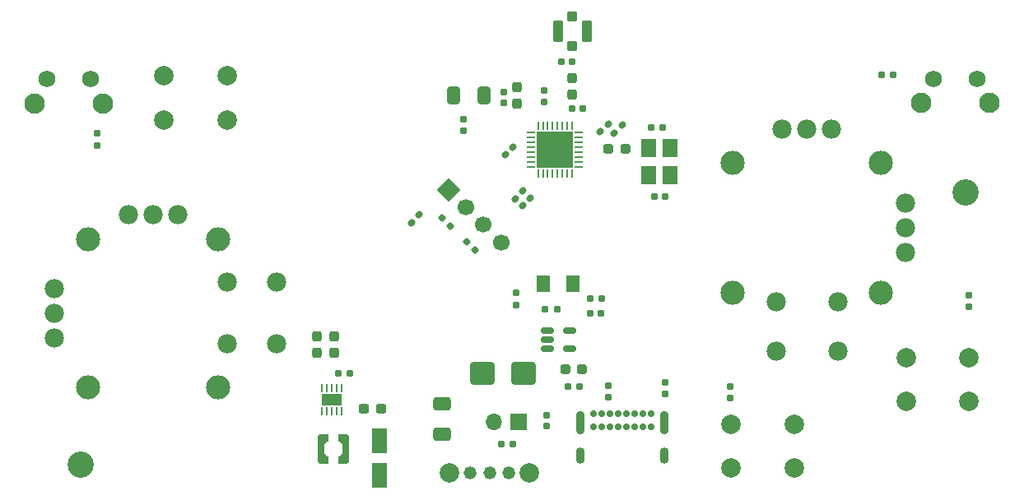
<source format=gbr>
%TF.GenerationSoftware,KiCad,Pcbnew,9.0.0*%
%TF.CreationDate,2025-09-05T21:39:46-05:00*%
%TF.ProjectId,RIOT_Remote_ESP,52494f54-5f52-4656-9d6f-74655f455350,rev?*%
%TF.SameCoordinates,Original*%
%TF.FileFunction,Soldermask,Top*%
%TF.FilePolarity,Negative*%
%FSLAX46Y46*%
G04 Gerber Fmt 4.6, Leading zero omitted, Abs format (unit mm)*
G04 Created by KiCad (PCBNEW 9.0.0) date 2025-09-05 21:39:46*
%MOMM*%
%LPD*%
G01*
G04 APERTURE LIST*
G04 Aperture macros list*
%AMRoundRect*
0 Rectangle with rounded corners*
0 $1 Rounding radius*
0 $2 $3 $4 $5 $6 $7 $8 $9 X,Y pos of 4 corners*
0 Add a 4 corners polygon primitive as box body*
4,1,4,$2,$3,$4,$5,$6,$7,$8,$9,$2,$3,0*
0 Add four circle primitives for the rounded corners*
1,1,$1+$1,$2,$3*
1,1,$1+$1,$4,$5*
1,1,$1+$1,$6,$7*
1,1,$1+$1,$8,$9*
0 Add four rect primitives between the rounded corners*
20,1,$1+$1,$2,$3,$4,$5,0*
20,1,$1+$1,$4,$5,$6,$7,0*
20,1,$1+$1,$6,$7,$8,$9,0*
20,1,$1+$1,$8,$9,$2,$3,0*%
%AMHorizOval*
0 Thick line with rounded ends*
0 $1 width*
0 $2 $3 position (X,Y) of the first rounded end (center of the circle)*
0 $4 $5 position (X,Y) of the second rounded end (center of the circle)*
0 Add line between two ends*
20,1,$1,$2,$3,$4,$5,0*
0 Add two circle primitives to create the rounded ends*
1,1,$1,$2,$3*
1,1,$1,$4,$5*%
%AMRotRect*
0 Rectangle, with rotation*
0 The origin of the aperture is its center*
0 $1 length*
0 $2 width*
0 $3 Rotation angle, in degrees counterclockwise*
0 Add horizontal line*
21,1,$1,$2,0,0,$3*%
%AMFreePoly0*
4,1,11,0.760000,0.825000,0.380000,0.510000,0.380000,-0.510000,0.760000,-0.825000,0.760000,-1.525000,-0.125000,-1.525000,-0.380000,-1.270000,-0.380000,1.270000,-0.125000,1.525000,0.760000,1.525000,0.760000,0.825000,0.760000,0.825000,$1*%
G04 Aperture macros list end*
%ADD10RoundRect,0.155000X0.212500X0.155000X-0.212500X0.155000X-0.212500X-0.155000X0.212500X-0.155000X0*%
%ADD11C,2.700000*%
%ADD12RoundRect,0.160000X-0.197500X-0.160000X0.197500X-0.160000X0.197500X0.160000X-0.197500X0.160000X0*%
%ADD13RoundRect,0.155000X-0.212500X-0.155000X0.212500X-0.155000X0.212500X0.155000X-0.212500X0.155000X0*%
%ADD14RoundRect,0.155000X0.040659X0.259862X-0.259862X-0.040659X-0.040659X-0.259862X0.259862X0.040659X0*%
%ADD15RoundRect,0.250000X0.412500X0.650000X-0.412500X0.650000X-0.412500X-0.650000X0.412500X-0.650000X0*%
%ADD16RoundRect,0.237500X0.237500X-0.287500X0.237500X0.287500X-0.237500X0.287500X-0.237500X-0.287500X0*%
%ADD17C,2.000000*%
%ADD18RoundRect,0.155000X-0.040659X-0.259862X0.259862X0.040659X0.040659X0.259862X-0.259862X-0.040659X0*%
%ADD19RoundRect,0.237500X0.237500X-0.300000X0.237500X0.300000X-0.237500X0.300000X-0.237500X-0.300000X0*%
%ADD20C,0.700000*%
%ADD21O,0.900000X2.400000*%
%ADD22O,0.900000X1.700000*%
%ADD23RoundRect,0.250001X-0.462499X-0.624999X0.462499X-0.624999X0.462499X0.624999X-0.462499X0.624999X0*%
%ADD24RoundRect,0.160000X0.252791X-0.026517X-0.026517X0.252791X-0.252791X0.026517X0.026517X-0.252791X0*%
%ADD25R,1.700000X1.700000*%
%ADD26O,1.700000X1.700000*%
%ADD27C,2.100000*%
%ADD28C,1.750000*%
%ADD29FreePoly0,0.000000*%
%ADD30FreePoly0,180.000000*%
%ADD31RoundRect,0.155000X-0.155000X0.212500X-0.155000X-0.212500X0.155000X-0.212500X0.155000X0.212500X0*%
%ADD32RoundRect,0.250000X-0.550000X1.050000X-0.550000X-1.050000X0.550000X-1.050000X0.550000X1.050000X0*%
%ADD33RoundRect,0.237500X0.287500X0.237500X-0.287500X0.237500X-0.287500X-0.237500X0.287500X-0.237500X0*%
%ADD34RoundRect,0.237500X-0.300000X-0.237500X0.300000X-0.237500X0.300000X0.237500X-0.300000X0.237500X0*%
%ADD35RoundRect,0.160000X0.160000X-0.197500X0.160000X0.197500X-0.160000X0.197500X-0.160000X-0.197500X0*%
%ADD36RoundRect,0.160000X0.197500X0.160000X-0.197500X0.160000X-0.197500X-0.160000X0.197500X-0.160000X0*%
%ADD37RoundRect,0.062500X0.062500X-0.350000X0.062500X0.350000X-0.062500X0.350000X-0.062500X-0.350000X0*%
%ADD38R,2.000000X1.200000*%
%ADD39C,1.982000*%
%ADD40C,2.490000*%
%ADD41RoundRect,0.155000X0.155000X-0.212500X0.155000X0.212500X-0.155000X0.212500X-0.155000X-0.212500X0*%
%ADD42RoundRect,0.250000X0.650000X-0.412500X0.650000X0.412500X-0.650000X0.412500X-0.650000X-0.412500X0*%
%ADD43RoundRect,0.250000X1.000000X0.900000X-1.000000X0.900000X-1.000000X-0.900000X1.000000X-0.900000X0*%
%ADD44RotRect,1.700000X1.700000X45.000000*%
%ADD45HorizOval,1.700000X0.000000X0.000000X0.000000X0.000000X0*%
%ADD46RoundRect,0.160000X-0.160000X0.197500X-0.160000X-0.197500X0.160000X-0.197500X0.160000X0.197500X0*%
%ADD47R,1.650000X1.950000*%
%ADD48C,1.320800*%
%ADD49C,2.006600*%
%ADD50RoundRect,0.100000X0.400000X0.400000X-0.400000X0.400000X-0.400000X-0.400000X0.400000X-0.400000X0*%
%ADD51RoundRect,0.105000X0.420000X0.995000X-0.420000X0.995000X-0.420000X-0.995000X0.420000X-0.995000X0*%
%ADD52RoundRect,0.237500X-0.287500X-0.237500X0.287500X-0.237500X0.287500X0.237500X-0.287500X0.237500X0*%
%ADD53RoundRect,0.062500X-0.062500X0.337500X-0.062500X-0.337500X0.062500X-0.337500X0.062500X0.337500X0*%
%ADD54RoundRect,0.062500X-0.337500X0.062500X-0.337500X-0.062500X0.337500X-0.062500X0.337500X0.062500X0*%
%ADD55R,3.700000X3.700000*%
%ADD56RoundRect,0.150000X-0.512500X-0.150000X0.512500X-0.150000X0.512500X0.150000X-0.512500X0.150000X0*%
G04 APERTURE END LIST*
D10*
%TO.C,C22*%
X162517500Y-62425000D03*
X161382500Y-62425000D03*
%TD*%
D11*
%TO.C,*%
X109000000Y-78000000D03*
%TD*%
D12*
%TO.C,R3*%
X156777500Y-61975000D03*
X157972500Y-61975000D03*
%TD*%
D13*
%TO.C,C25*%
X152282500Y-75850000D03*
X153417500Y-75850000D03*
%TD*%
D11*
%TO.C,REF\u002A\u002A*%
X200000000Y-50000000D03*
%TD*%
D14*
%TO.C,C7*%
X153476283Y-45273717D03*
X152673717Y-46076283D03*
%TD*%
D15*
%TO.C,C3*%
X150462785Y-39959648D03*
X147337785Y-39959648D03*
%TD*%
D16*
%TO.C,L3*%
X159550000Y-39924999D03*
X159550000Y-38175001D03*
%TD*%
D10*
%TO.C,C11*%
X160642500Y-41300000D03*
X159507500Y-41300000D03*
%TD*%
D17*
%TO.C,SW5*%
X175890000Y-73810000D03*
X182390000Y-73810000D03*
X175890000Y-78310000D03*
X182390000Y-78310000D03*
%TD*%
D18*
%TO.C,C8*%
X154423717Y-51351283D03*
X155226283Y-50548717D03*
%TD*%
D19*
%TO.C,C27*%
X133300000Y-66462500D03*
X133300000Y-64737500D03*
%TD*%
D20*
%TO.C,J2*%
X161702500Y-72725000D03*
X162552500Y-72725000D03*
X163402500Y-72725000D03*
X164252500Y-72725000D03*
X165102500Y-72725000D03*
X165952500Y-72725000D03*
X166802500Y-72725000D03*
X167652500Y-72725000D03*
X167652500Y-74075000D03*
X166802500Y-74075000D03*
X165952500Y-74075000D03*
X165102500Y-74075000D03*
X164252500Y-74075000D03*
X163402500Y-74075000D03*
X162552500Y-74075000D03*
X161702500Y-74075000D03*
D21*
X160352500Y-73705000D03*
D22*
X160352500Y-77085000D03*
D21*
X169002500Y-73705000D03*
D22*
X169002500Y-77085000D03*
%TD*%
D23*
%TO.C,D2*%
X156612500Y-59375000D03*
X159587500Y-59375000D03*
%TD*%
D13*
%TO.C,C1*%
X167982500Y-50425000D03*
X169117500Y-50425000D03*
%TD*%
D24*
%TO.C,R15*%
X149512496Y-55892496D03*
X148667504Y-55047504D03*
%TD*%
D25*
%TO.C,J1*%
X154000000Y-73600000D03*
D26*
X151460000Y-73600000D03*
%TD*%
D27*
%TO.C,SW7*%
X104250000Y-40790000D03*
X111260000Y-40790000D03*
D28*
X105500000Y-38300000D03*
X110000000Y-38300000D03*
%TD*%
D29*
%TO.C,L5*%
X133730000Y-76400000D03*
D30*
X136270000Y-76400000D03*
%TD*%
D13*
%TO.C,C2*%
X167682500Y-43250000D03*
X168817500Y-43250000D03*
%TD*%
D31*
%TO.C,C25*%
X156900000Y-72865000D03*
X156900000Y-74000000D03*
%TD*%
D32*
%TO.C,C13*%
X139700000Y-75500000D03*
X139700000Y-79100000D03*
%TD*%
D33*
%TO.C,L1*%
X165049999Y-45475000D03*
X163300001Y-45475000D03*
%TD*%
D34*
%TO.C,C29*%
X138137500Y-72200000D03*
X139862500Y-72200000D03*
%TD*%
D14*
%TO.C,C6*%
X154476283Y-49808717D03*
X153673717Y-50611283D03*
%TD*%
D24*
%TO.C,R14*%
X147037496Y-53417496D03*
X146192504Y-52572504D03*
%TD*%
D19*
%TO.C,C28*%
X135100000Y-66462500D03*
X135100000Y-64737500D03*
%TD*%
D27*
%TO.C,SW4*%
X195425000Y-40752500D03*
X202435000Y-40752500D03*
D28*
X196675000Y-38262500D03*
X201175000Y-38262500D03*
%TD*%
D35*
%TO.C,R2*%
X153775000Y-61522500D03*
X153775000Y-60327500D03*
%TD*%
D36*
%TO.C,R7*%
X192597500Y-37850000D03*
X191402500Y-37850000D03*
%TD*%
D17*
%TO.C,SW6*%
X193870000Y-67000000D03*
X200370000Y-67000000D03*
X193870000Y-71500000D03*
X200370000Y-71500000D03*
%TD*%
D10*
%TO.C,C21*%
X160260000Y-69925000D03*
X159125000Y-69925000D03*
%TD*%
D37*
%TO.C,U3*%
X133800000Y-72512500D03*
X134300000Y-72512500D03*
X134800000Y-72512500D03*
X135300000Y-72512500D03*
X135800000Y-72512500D03*
X135800000Y-70087500D03*
X135300000Y-70087500D03*
X134800000Y-70087500D03*
X134300000Y-70087500D03*
X133800000Y-70087500D03*
D38*
X134800000Y-71300000D03*
%TD*%
D39*
%TO.C,U7*%
X186875000Y-66318719D03*
X180525000Y-66318719D03*
X186875000Y-61238719D03*
X180525000Y-61238719D03*
X186240000Y-43458719D03*
X183700000Y-43458719D03*
X181160000Y-43458719D03*
D40*
X191320000Y-60286219D03*
X191320000Y-46951219D03*
X176080000Y-46951219D03*
X176080000Y-60286219D03*
D39*
X193860000Y-56158719D03*
X193860000Y-53618719D03*
X193860000Y-51078719D03*
%TD*%
D41*
%TO.C,C4*%
X152550000Y-40767500D03*
X152550000Y-39632500D03*
%TD*%
D35*
%TO.C,R13*%
X169100000Y-70697500D03*
X169100000Y-69502500D03*
%TD*%
D42*
%TO.C,C17*%
X146175000Y-74812500D03*
X146175000Y-71687500D03*
%TD*%
D16*
%TO.C,L2*%
X153875000Y-40849999D03*
X153875000Y-39100001D03*
%TD*%
D43*
%TO.C,D1*%
X154575000Y-68625000D03*
X150275000Y-68625000D03*
%TD*%
D44*
%TO.C,J3*%
X146832898Y-49707898D03*
D45*
X148628949Y-51503949D03*
X150425000Y-53300000D03*
X152221052Y-55096052D03*
%TD*%
D35*
%TO.C,R6*%
X200330000Y-61767500D03*
X200330000Y-60572500D03*
%TD*%
D39*
%TO.C,U6*%
X129125000Y-59225000D03*
X129125000Y-65575000D03*
X124045000Y-59225000D03*
X124045000Y-65575000D03*
X106265000Y-59860000D03*
X106265000Y-62400000D03*
X106265000Y-64940000D03*
D40*
X123092500Y-54780000D03*
X109757500Y-54780000D03*
X109757500Y-70020000D03*
X123092500Y-70020000D03*
D39*
X118965000Y-52240000D03*
X116425000Y-52240000D03*
X113885000Y-52240000D03*
%TD*%
D46*
%TO.C,R5*%
X110650000Y-43900000D03*
X110650000Y-45095000D03*
%TD*%
D13*
%TO.C,C15*%
X158407500Y-36500000D03*
X159542500Y-36500000D03*
%TD*%
D47*
%TO.C,X1*%
X167400000Y-45425000D03*
X167400000Y-48175000D03*
X169600000Y-48175000D03*
X169600000Y-45425000D03*
%TD*%
D48*
%TO.C,SW1*%
X149055901Y-78862450D03*
X151055901Y-78862450D03*
X153055902Y-78862450D03*
D49*
X146955902Y-78862450D03*
X155155900Y-78862450D03*
%TD*%
D13*
%TO.C,C26*%
X135532500Y-68600000D03*
X136667500Y-68600000D03*
%TD*%
D35*
%TO.C,R4*%
X148375000Y-43647500D03*
X148375000Y-42452500D03*
%TD*%
%TO.C,R12*%
X163300000Y-71072500D03*
X163300000Y-69877500D03*
%TD*%
D13*
%TO.C,C24*%
X161432500Y-60900000D03*
X162567500Y-60900000D03*
%TD*%
D50*
%TO.C,AE1*%
X159575000Y-34875000D03*
D51*
X158100000Y-33375000D03*
D50*
X159575000Y-31875000D03*
D51*
X161050000Y-33375000D03*
%TD*%
D52*
%TO.C,L4*%
X158825000Y-68125000D03*
X160575000Y-68125000D03*
%TD*%
D18*
%TO.C,C14*%
X162448717Y-43726283D03*
X163251283Y-42923717D03*
%TD*%
%TO.C,C16*%
X163873717Y-43826283D03*
X164676283Y-43023717D03*
%TD*%
D53*
%TO.C,U1*%
X159529999Y-43120000D03*
X159030000Y-43120000D03*
X158530000Y-43119999D03*
X158030000Y-43120000D03*
X157530000Y-43120000D03*
X157030000Y-43119999D03*
X156530000Y-43120000D03*
X156030001Y-43120000D03*
D54*
X155330000Y-43820001D03*
X155330000Y-44320000D03*
X155329999Y-44820000D03*
X155330000Y-45320000D03*
X155330000Y-45820000D03*
X155329999Y-46320000D03*
X155330000Y-46820000D03*
X155330000Y-47319999D03*
D53*
X156030001Y-48020000D03*
X156530000Y-48020000D03*
X157030000Y-48020001D03*
X157530000Y-48020000D03*
X158030000Y-48020000D03*
X158530000Y-48020001D03*
X159030000Y-48020000D03*
X159529999Y-48020000D03*
D54*
X160230000Y-47319999D03*
X160230000Y-46820000D03*
X160230001Y-46320000D03*
X160230000Y-45820000D03*
X160230000Y-45320000D03*
X160230001Y-44820000D03*
X160230000Y-44320000D03*
X160230000Y-43820001D03*
D55*
X157780000Y-45570000D03*
%TD*%
D17*
%TO.C,SW3*%
X124050000Y-42475000D03*
X117550000Y-42475000D03*
X124050000Y-37975000D03*
X117550000Y-37975000D03*
%TD*%
D35*
%TO.C,R8*%
X175820000Y-71127500D03*
X175820000Y-69932500D03*
%TD*%
D56*
%TO.C,U9*%
X157037500Y-64175000D03*
X157037500Y-65125000D03*
X157037500Y-66075000D03*
X159312500Y-66075000D03*
X159312500Y-64175000D03*
%TD*%
D14*
%TO.C,C23*%
X143801283Y-52248717D03*
X142998717Y-53051283D03*
%TD*%
D31*
%TO.C,C5*%
X156675000Y-39482500D03*
X156675000Y-40617500D03*
%TD*%
M02*

</source>
